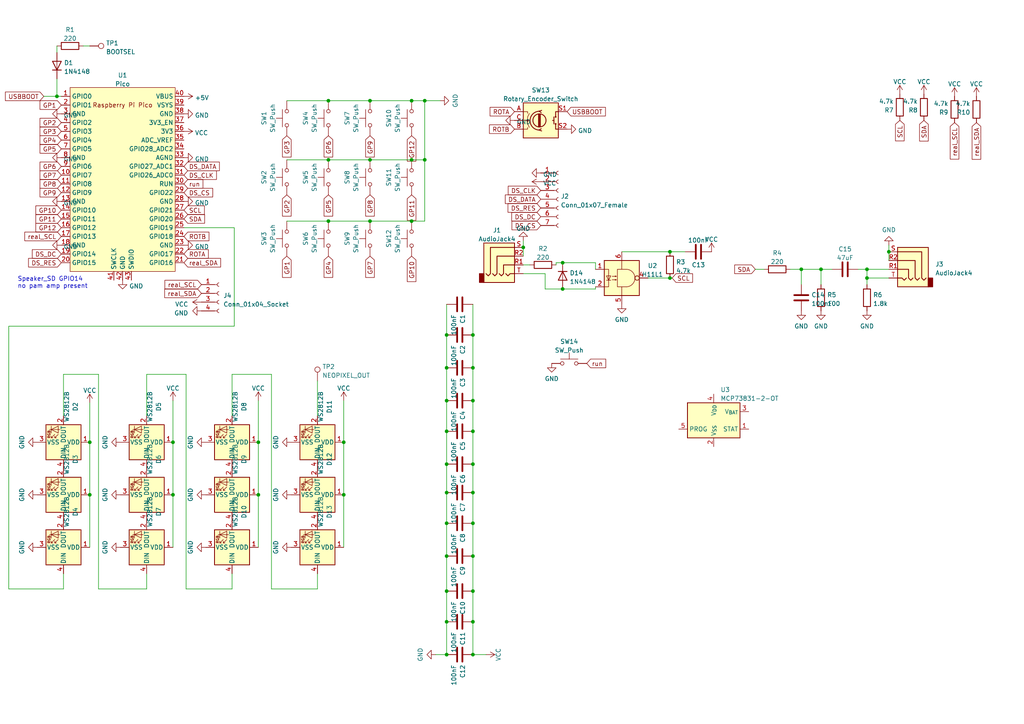
<source format=kicad_sch>
(kicad_sch (version 20230121) (generator eeschema)
  (paper "A4")
  (lib_symbols
    (symbol "Battery_Management:MCP73831-2-OT"
      (property "Reference" "U" (at -7.62 6.35 0))
      (property "Value" "MCP73831-2-OT" (at 1.27 6.35 0))
      (symbol "MCP73831-2-OT_1_1"
        (pin output line (at 10.16 -2.54 180) (length 2.54) (name "STAT") (number "1"))
        (pin power_in line (at 0 -7.62 90) (length 2.54) (name "V_{SS}") (number "2"))
        (pin power_out line (at 10.16 2.54 180) (length 2.54) (name "V_{BAT}") (number "3"))
        (pin power_in line (at 0 7.62 270) (length 2.54) (name "V_{DD}") (number "4"))
        (pin input line (at -10.16 -2.54 0) (length 2.54) (name "PROG") (number "5"))
      )
    )
    (symbol "Connector:AudioJack4"
      (property "Reference" "J" (at 0 8.89 0))
      (property "Value" "AudioJack4" (at 0 6.35 0))
      (symbol "AudioJack4_1_1"
        (pin passive line (at 5.08 -2.54 180) (length 2.54) (name "~") (number "R1"))
        (pin passive line (at 5.08 0 180) (length 2.54) (name "~") (number "R2"))
        (pin passive line (at 5.08 2.54 180) (length 2.54) (name "~") (number "S"))
        (pin passive line (at 5.08 -5.08 180) (length 2.54) (name "~") (number "T"))
      )
    )
    (symbol "Connector:Conn_01x04_Socket" (pin_names (offset 1.016) hide)
      (property "Reference" "J" (at 0 5.08 0))
      (property "Value" "Conn_01x04_Socket" (at 0 -7.62 0))
      (symbol "Conn_01x04_Socket_1_1"
        (pin passive line (at -5.08 2.54 0) (length 3.81) (name "Pin_1") (number "1"))
        (pin passive line (at -5.08 0 0) (length 3.81) (name "Pin_2") (number "2"))
        (pin passive line (at -5.08 -2.54 0) (length 3.81) (name "Pin_3") (number "3"))
        (pin passive line (at -5.08 -5.08 0) (length 3.81) (name "Pin_4") (number "4"))
      )
    )
    (symbol "Connector:Conn_01x07_Female" (pin_names (offset 1.016) hide)
      (property "Reference" "J" (at 0 10.16 0))
      (property "Value" "Conn_01x07_Female" (at 0 -10.16 0))
      (symbol "Conn_01x07_Female_1_1"
        (pin passive line (at -5.08 7.62 0) (length 3.81) (name "Pin_1") (number "1"))
        (pin passive line (at -5.08 5.08 0) (length 3.81) (name "Pin_2") (number "2"))
        (pin passive line (at -5.08 2.54 0) (length 3.81) (name "Pin_3") (number "3"))
        (pin passive line (at -5.08 0 0) (length 3.81) (name "Pin_4") (number "4"))
        (pin passive line (at -5.08 -2.54 0) (length 3.81) (name "Pin_5") (number "5"))
        (pin passive line (at -5.08 -5.08 0) (length 3.81) (name "Pin_6") (number "6"))
        (pin passive line (at -5.08 -7.62 0) (length 3.81) (name "Pin_7") (number "7"))
      )
    )
    (symbol "Connector:TestPoint" (pin_numbers hide) (pin_names (offset 0.762) hide)
      (property "Reference" "TP" (at 0 6.858 0))
      (property "Value" "TestPoint" (at 0 5.08 0))
      (symbol "TestPoint_1_1"
        (pin passive line (at 0 0 90) (length 2.54) (name "1") (number "1"))
      )
    )
    (symbol "Device:C" (pin_numbers hide) (pin_names (offset 0.254))
      (property "Reference" "C" (at 0.635 2.54 0))
      (property "Value" "C" (at 0.635 -2.54 0))
      (symbol "C_1_1"
        (pin passive line (at 0 3.81 270) (length 2.794) (name "~") (number "1"))
        (pin passive line (at 0 -3.81 90) (length 2.794) (name "~") (number "2"))
      )
    )
    (symbol "Device:R" (pin_numbers hide) (pin_names (offset 0))
      (property "Reference" "R" (at 2.032 0 90))
      (property "Value" "R" (at 0 0 90))
      (symbol "R_1_1"
        (pin passive line (at 0 3.81 270) (length 1.27) (name "~") (number "1"))
        (pin passive line (at 0 -3.81 90) (length 1.27) (name "~") (number "2"))
      )
    )
    (symbol "Device:Rotary_Encoder_Switch" (pin_names (offset 0.254) hide)
      (property "Reference" "SW" (at 0 6.604 0))
      (property "Value" "Rotary_Encoder_Switch" (at 0 -6.604 0))
      (symbol "Rotary_Encoder_Switch_1_1"
        (pin passive line (at -7.62 2.54 0) (length 2.54) (name "A") (number "A"))
        (pin passive line (at -7.62 -2.54 0) (length 2.54) (name "B") (number "B"))
        (pin passive line (at -7.62 0 0) (length 2.54) (name "C") (number "C"))
        (pin passive line (at 7.62 2.54 180) (length 2.54) (name "S1") (number "S1"))
        (pin passive line (at 7.62 -2.54 180) (length 2.54) (name "S2") (number "S2"))
      )
    )
    (symbol "Diode:1N4148" (pin_numbers hide) (pin_names (offset 1.016) hide)
      (property "Reference" "D" (at 0 2.54 0))
      (property "Value" "1N4148" (at 0 -2.54 0))
      (symbol "1N4148_1_1"
        (pin passive line (at -3.81 0 0) (length 2.54) (name "K") (number "1"))
        (pin passive line (at 3.81 0 180) (length 2.54) (name "A") (number "2"))
      )
    )
    (symbol "Isolator:H11L1" (pin_names (offset 1.016))
      (property "Reference" "U" (at 1.27 8.89 0))
      (property "Value" "H11L1" (at 1.27 6.35 0))
      (symbol "H11L1_1_1"
        (pin passive line (at -7.62 2.54 0) (length 2.54) (name "~") (number "1"))
        (pin passive line (at -7.62 -2.54 0) (length 2.54) (name "~") (number "2"))
        (pin no_connect line (at -5.08 0 0) (length 2.54) hide (name "~") (number "3"))
        (pin output inverted (at 7.62 0 180) (length 3.81) (name "~") (number "4"))
        (pin power_in line (at 0 -7.62 90) (length 2.54) (name "~") (number "5"))
        (pin power_in line (at 0 7.62 270) (length 2.54) (name "~") (number "6"))
      )
    )
    (symbol "LED:WS2812B" (pin_names (offset 0.254))
      (property "Reference" "D" (at 5.08 5.715 0))
      (property "Value" "WS2812B" (at 1.27 -5.715 0))
      (symbol "WS2812B_0_0"
        (text "RGB" (at 2.286 -4.191 0) (effects (font (size 0.762 0.762))))
      )
      (symbol "WS2812B_1_1"
        (pin power_in line (at 0 7.62 270) (length 2.54) (name "VDD") (number "1"))
        (pin output line (at 7.62 0 180) (length 2.54) (name "DOUT") (number "2"))
        (pin power_in line (at 0 -7.62 90) (length 2.54) (name "VSS") (number "3"))
        (pin input line (at -7.62 0 0) (length 2.54) (name "DIN") (number "4"))
      )
    )
    (symbol "MCU_RaspberryPi_and_Boards:Pico"
      (property "Reference" "U" (at -13.97 27.94 0))
      (property "Value" "Pico" (at 0 19.05 0))
      (symbol "Pico_0_0"
        (text "Raspberry Pi Pico" (at 0 21.59 0) (effects (font (size 1.27 1.27))))
      )
      (symbol "Pico_1_1"
        (pin bidirectional line (at -17.78 24.13 0) (length 2.54) (name "GPIO0") (number "1"))
        (pin bidirectional line (at -17.78 1.27 0) (length 2.54) (name "GPIO7") (number "10"))
        (pin bidirectional line (at -17.78 -1.27 0) (length 2.54) (name "GPIO8") (number "11"))
        (pin bidirectional line (at -17.78 -3.81 0) (length 2.54) (name "GPIO9") (number "12"))
        (pin power_in line (at -17.78 -6.35 0) (length 2.54) (name "GND") (number "13"))
        (pin bidirectional line (at -17.78 -8.89 0) (length 2.54) (name "GPIO10") (number "14"))
        (pin bidirectional line (at -17.78 -11.43 0) (length 2.54) (name "GPIO11") (number "15"))
        (pin bidirectional line (at -17.78 -13.97 0) (length 2.54) (name "GPIO12") (number "16"))
        (pin bidirectional line (at -17.78 -16.51 0) (length 2.54) (name "GPIO13") (number "17"))
        (pin power_in line (at -17.78 -19.05 0) (length 2.54) (name "GND") (number "18"))
        (pin bidirectional line (at -17.78 -21.59 0) (length 2.54) (name "GPIO14") (number "19"))
        (pin bidirectional line (at -17.78 21.59 0) (length 2.54) (name "GPIO1") (number "2"))
        (pin bidirectional line (at -17.78 -24.13 0) (length 2.54) (name "GPIO15") (number "20"))
        (pin bidirectional line (at 17.78 -24.13 180) (length 2.54) (name "GPIO16") (number "21"))
        (pin bidirectional line (at 17.78 -21.59 180) (length 2.54) (name "GPIO17") (number "22"))
        (pin power_in line (at 17.78 -19.05 180) (length 2.54) (name "GND") (number "23"))
        (pin bidirectional line (at 17.78 -16.51 180) (length 2.54) (name "GPIO18") (number "24"))
        (pin bidirectional line (at 17.78 -13.97 180) (length 2.54) (name "GPIO19") (number "25"))
        (pin bidirectional line (at 17.78 -11.43 180) (length 2.54) (name "GPIO20") (number "26"))
        (pin bidirectional line (at 17.78 -8.89 180) (length 2.54) (name "GPIO21") (number "27"))
        (pin power_in line (at 17.78 -6.35 180) (length 2.54) (name "GND") (number "28"))
        (pin bidirectional line (at 17.78 -3.81 180) (length 2.54) (name "GPIO22") (number "29"))
        (pin power_in line (at -17.78 19.05 0) (length 2.54) (name "GND") (number "3"))
        (pin input line (at 17.78 -1.27 180) (length 2.54) (name "RUN") (number "30"))
        (pin bidirectional line (at 17.78 1.27 180) (length 2.54) (name "GPIO26_ADC0") (number "31"))
        (pin bidirectional line (at 17.78 3.81 180) (length 2.54) (name "GPIO27_ADC1") (number "32"))
        (pin power_in line (at 17.78 6.35 180) (length 2.54) (name "AGND") (number "33"))
        (pin bidirectional line (at 17.78 8.89 180) (length 2.54) (name "GPIO28_ADC2") (number "34"))
        (pin power_in line (at 17.78 11.43 180) (length 2.54) (name "ADC_VREF") (number "35"))
        (pin power_in line (at 17.78 13.97 180) (length 2.54) (name "3V3") (number "36"))
        (pin input line (at 17.78 16.51 180) (length 2.54) (name "3V3_EN") (number "37"))
        (pin bidirectional line (at 17.78 19.05 180) (length 2.54) (name "GND") (number "38"))
        (pin power_in line (at 17.78 21.59 180) (length 2.54) (name "VSYS") (number "39"))
        (pin bidirectional line (at -17.78 16.51 0) (length 2.54) (name "GPIO2") (number "4"))
        (pin power_in line (at 17.78 24.13 180) (length 2.54) (name "VBUS") (number "40"))
        (pin input line (at -2.54 -29.21 90) (length 2.54) (name "SWCLK") (number "41"))
        (pin power_in line (at 0 -29.21 90) (length 2.54) (name "GND") (number "42"))
        (pin bidirectional line (at 2.54 -29.21 90) (length 2.54) (name "SWDIO") (number "43"))
        (pin bidirectional line (at -17.78 13.97 0) (length 2.54) (name "GPIO3") (number "5"))
        (pin bidirectional line (at -17.78 11.43 0) (length 2.54) (name "GPIO4") (number "6"))
        (pin bidirectional line (at -17.78 8.89 0) (length 2.54) (name "GPIO5") (number "7"))
        (pin power_in line (at -17.78 6.35 0) (length 2.54) (name "GND") (number "8"))
        (pin bidirectional line (at -17.78 3.81 0) (length 2.54) (name "GPIO6") (number "9"))
      )
    )
    (symbol "Switch:SW_Push" (pin_numbers hide) (pin_names (offset 1.016) hide)
      (property "Reference" "SW" (at 1.27 2.54 0))
      (property "Value" "SW_Push" (at 0 -1.524 0))
      (symbol "SW_Push_0_1"
        (pin passive line (at -5.08 0 0) (length 2.54) (name "1") (number "1"))
        (pin passive line (at 5.08 0 180) (length 2.54) (name "2") (number "2"))
      )
    )
    (symbol "power:+5V" (power) (pin_names (offset 0))
      (property "Value" "+5V" (at 0 3.556 0))
      (symbol "+5V_1_1"
        (pin power_in line (at 0 0 90) (length 0) hide (name "+5V") (number "1"))
      )
    )
    (symbol "power:GND" (power) (pin_names (offset 0))
      (property "Value" "GND" (at 0 -3.81 0))
      (symbol "GND_1_1"
        (pin power_in line (at 0 0 270) (length 0) hide (name "GND") (number "1"))
      )
    )
    (symbol "power:VCC" (power) (pin_names (offset 0))
      (property "Value" "VCC" (at 0 3.81 0))
      (symbol "VCC_1_1"
        (pin power_in line (at 0 0 90) (length 0) hide (name "VCC") (number "1"))
      )
    )
  )
  (junction (at 194.31 80.645))
  (junction (at 95.25 29.21))
  (junction (at 137.16 97.155))
  (junction (at 137.16 134.62))
  (junction (at 99.695 128.27))
  (junction (at 137.16 189.865))
  (junction (at 74.93 143.51))
  (junction (at 129.54 125.095))
  (junction (at 129.54 180.34))
  (junction (at 137.16 161.29))
  (junction (at 107.315 46.355))
  (junction (at 257.81 73.025))
  (junction (at 16.51 27.94))
  (junction (at 137.16 142.875))
  (junction (at 107.315 64.135))
  (junction (at 50.165 143.51))
  (junction (at 163.195 76.2))
  (junction (at 26.035 128.27))
  (junction (at 95.25 46.355))
  (junction (at 129.54 142.875))
  (junction (at 232.41 78.105))
  (junction (at 137.16 116.205))
  (junction (at 26.035 143.51))
  (junction (at 163.195 83.82))
  (junction (at 129.54 189.865))
  (junction (at 123.19 29.21))
  (junction (at 123.19 46.355))
  (junction (at 137.16 125.095))
  (junction (at 137.16 151.765))
  (junction (at 119.38 46.355))
  (junction (at 194.31 73.025))
  (junction (at 119.38 64.135))
  (junction (at 251.46 78.105))
  (junction (at 251.46 80.645))
  (junction (at 129.54 134.62))
  (junction (at 107.315 29.21))
  (junction (at 129.54 161.29))
  (junction (at 50.165 128.27))
  (junction (at 74.93 128.27))
  (junction (at 137.16 106.68))
  (junction (at 238.125 78.105))
  (junction (at 129.54 151.765))
  (junction (at 129.54 97.155))
  (junction (at 151.765 71.755))
  (junction (at 99.695 143.51))
  (junction (at 137.16 180.34))
  (junction (at 95.25 64.135))
  (junction (at 129.54 116.205))
  (junction (at 119.38 29.21))
  (junction (at 129.54 106.68))
  (junction (at 129.54 171.45))
  (junction (at 137.16 171.45))
  (wire (pts (xy 50.165 143.51) (xy 50.165 158.75)))
  (wire (pts (xy 26.035 128.27) (xy 26.035 143.51)))
  (wire (pts (xy 119.38 46.355) (xy 107.315 46.355)))
  (wire (pts (xy 161.29 76.835) (xy 161.29 76.2)))
  (wire (pts (xy 16.51 13.335) (xy 16.51 15.24)))
  (wire (pts (xy 50.165 128.27) (xy 50.165 143.51)))
  (wire (pts (xy 257.81 80.645) (xy 251.46 80.645)))
  (wire (pts (xy 129.54 116.205) (xy 129.54 125.095)))
  (wire (pts (xy 251.46 78.105) (xy 251.46 80.645)))
  (wire (pts (xy 137.16 97.155) (xy 137.16 106.68)))
  (wire (pts (xy 129.54 151.765) (xy 129.54 161.29)))
  (wire (pts (xy 2.54 94.615) (xy 2.54 170.815)))
  (wire (pts (xy 137.16 116.205) (xy 137.16 125.095)))
  (wire (pts (xy 67.31 120.65) (xy 67.31 108.585)))
  (wire (pts (xy 257.81 75.565) (xy 257.81 73.025)))
  (wire (pts (xy 83.185 64.135) (xy 95.25 64.135)))
  (wire (pts (xy 158.115 79.375) (xy 158.115 83.82)))
  (wire (pts (xy 129.54 97.155) (xy 129.54 106.68)))
  (wire (pts (xy 251.46 80.645) (xy 251.46 82.55)))
  (wire (pts (xy 2.54 170.815) (xy 18.415 170.815)))
  (wire (pts (xy 24.13 13.335) (xy 26.035 13.335)))
  (wire (pts (xy 129.54 171.45) (xy 129.54 180.34)))
  (wire (pts (xy 107.315 29.21) (xy 119.38 29.21)))
  (wire (pts (xy 172.72 83.82) (xy 163.195 83.82)))
  (wire (pts (xy 123.19 64.135) (xy 123.19 46.355)))
  (wire (pts (xy 42.545 170.815) (xy 42.545 166.37)))
  (wire (pts (xy 74.93 158.75) (xy 74.93 143.51)))
  (wire (pts (xy 129.54 88.265) (xy 129.54 97.155)))
  (wire (pts (xy 137.16 151.765) (xy 137.16 161.29)))
  (wire (pts (xy 99.695 143.51) (xy 99.695 128.27)))
  (wire (pts (xy 137.16 189.865) (xy 140.97 189.865)))
  (wire (pts (xy 95.25 29.21) (xy 107.315 29.21)))
  (wire (pts (xy 53.975 170.815) (xy 67.31 170.815)))
  (wire (pts (xy 123.19 46.355) (xy 119.38 46.355)))
  (wire (pts (xy 151.765 76.835) (xy 153.67 76.835)))
  (wire (pts (xy 92.075 110.49) (xy 92.075 120.65)))
  (wire (pts (xy 92.075 170.815) (xy 92.075 166.37)))
  (wire (pts (xy 99.695 116.205) (xy 99.695 128.27)))
  (wire (pts (xy 28.575 170.815) (xy 42.545 170.815)))
  (wire (pts (xy 232.41 78.105) (xy 238.125 78.105)))
  (wire (pts (xy 129.54 180.34) (xy 129.54 189.865)))
  (wire (pts (xy 137.16 142.875) (xy 137.16 151.765)))
  (wire (pts (xy 42.545 120.65) (xy 42.545 108.585)))
  (wire (pts (xy 248.92 78.105) (xy 251.46 78.105)))
  (wire (pts (xy 129.54 142.875) (xy 129.54 151.765)))
  (wire (pts (xy 129.54 189.865) (xy 126.365 189.865)))
  (wire (pts (xy 194.31 80.645) (xy 194.945 80.645)))
  (wire (pts (xy 95.25 64.135) (xy 107.315 64.135)))
  (wire (pts (xy 137.16 161.29) (xy 137.16 171.45)))
  (wire (pts (xy 107.315 46.355) (xy 95.25 46.355)))
  (wire (pts (xy 158.115 83.82) (xy 163.195 83.82)))
  (wire (pts (xy 137.16 180.34) (xy 137.16 189.865)))
  (wire (pts (xy 161.29 76.2) (xy 163.195 76.2)))
  (wire (pts (xy 67.945 66.04) (xy 53.34 66.04)))
  (wire (pts (xy 74.93 116.205) (xy 74.93 128.27)))
  (wire (pts (xy 42.545 108.585) (xy 53.975 108.585)))
  (wire (pts (xy 16.51 27.94) (xy 17.78 27.94)))
  (wire (pts (xy 2.54 94.615) (xy 67.945 94.615)))
  (wire (pts (xy 127.635 29.21) (xy 123.19 29.21)))
  (wire (pts (xy 18.415 120.65) (xy 18.415 108.585)))
  (wire (pts (xy 187.96 80.645) (xy 194.31 80.645)))
  (wire (pts (xy 129.54 125.095) (xy 129.54 134.62)))
  (wire (pts (xy 172.72 78.105) (xy 172.72 76.2)))
  (wire (pts (xy 83.185 29.21) (xy 95.25 29.21)))
  (wire (pts (xy 251.46 78.105) (xy 257.81 78.105)))
  (wire (pts (xy 18.415 108.585) (xy 28.575 108.585)))
  (wire (pts (xy 28.575 108.585) (xy 28.575 170.815)))
  (wire (pts (xy 172.72 83.185) (xy 172.72 83.82)))
  (wire (pts (xy 194.31 73.025) (xy 198.755 73.025)))
  (wire (pts (xy 119.38 64.135) (xy 123.19 64.135)))
  (wire (pts (xy 99.695 158.75) (xy 99.695 143.51)))
  (wire (pts (xy 129.54 161.29) (xy 129.54 171.45)))
  (wire (pts (xy 26.035 116.84) (xy 26.035 128.27)))
  (wire (pts (xy 129.54 106.68) (xy 129.54 116.205)))
  (wire (pts (xy 107.315 64.135) (xy 119.38 64.135)))
  (wire (pts (xy 53.975 108.585) (xy 53.975 170.815)))
  (wire (pts (xy 151.765 69.85) (xy 151.765 71.755)))
  (wire (pts (xy 229.235 78.105) (xy 232.41 78.105)))
  (wire (pts (xy 95.25 46.355) (xy 83.185 46.355)))
  (wire (pts (xy 78.74 170.815) (xy 92.075 170.815)))
  (wire (pts (xy 137.16 88.265) (xy 137.16 97.155)))
  (wire (pts (xy 151.765 79.375) (xy 158.115 79.375)))
  (wire (pts (xy 67.945 94.615) (xy 67.945 66.04)))
  (wire (pts (xy 16.51 22.86) (xy 16.51 27.94)))
  (wire (pts (xy 172.72 76.2) (xy 163.195 76.2)))
  (wire (pts (xy 238.125 78.105) (xy 241.3 78.105)))
  (wire (pts (xy 137.16 106.68) (xy 137.16 116.205)))
  (wire (pts (xy 257.81 73.025) (xy 257.81 71.12)))
  (wire (pts (xy 129.54 134.62) (xy 129.54 142.875)))
  (wire (pts (xy 151.765 71.755) (xy 151.765 74.295)))
  (wire (pts (xy 137.16 134.62) (xy 137.16 142.875)))
  (wire (pts (xy 26.035 143.51) (xy 26.035 158.75)))
  (wire (pts (xy 238.125 78.105) (xy 238.125 82.55)))
  (wire (pts (xy 74.93 143.51) (xy 74.93 128.27)))
  (wire (pts (xy 12.7 27.94) (xy 16.51 27.94)))
  (wire (pts (xy 67.31 108.585) (xy 78.74 108.585)))
  (wire (pts (xy 123.19 29.21) (xy 119.38 29.21)))
  (wire (pts (xy 232.41 78.105) (xy 232.41 82.55)))
  (wire (pts (xy 137.16 171.45) (xy 137.16 180.34)))
  (wire (pts (xy 18.415 170.815) (xy 18.415 166.37)))
  (wire (pts (xy 219.075 78.105) (xy 221.615 78.105)))
  (wire (pts (xy 78.74 108.585) (xy 78.74 170.815)))
  (wire (pts (xy 137.16 125.095) (xy 137.16 134.62)))
  (wire (pts (xy 50.165 116.205) (xy 50.165 128.27)))
  (wire (pts (xy 67.31 170.815) (xy 67.31 166.37)))
  (wire (pts (xy 180.34 73.025) (xy 194.31 73.025)))
  (wire (pts (xy 123.19 29.21) (xy 123.19 46.355)))
  (text "Speaker_SD GPIO14\nno pam amp present" (at 5.08 83.82 0) (effects (font (size 1.27 1.27)) (justify left bottom)))
  (global_label "GP9" (shape input) (at 107.315 39.37 270) (property "Intersheetrefs" "${INTERSHEET_REFS}" (effects hide)))
  (global_label "ROTA" (shape input) (at 53.34 73.66 0) (property "Intersheetrefs" "${INTERSHEET_REFS}" (effects hide)))
  (global_label "real_SDA" (shape input) (at 283.21 35.56 270) (property "Intersheetrefs" "${INTERSHEET_REFS}" (effects hide)))
  (global_label "GP6" (shape input) (at 17.78 48.26 180) (property "Intersheetrefs" "${INTERSHEET_REFS}" (effects hide)))
  (global_label "GP9" (shape input) (at 17.78 55.88 180) (property "Intersheetrefs" "${INTERSHEET_REFS}" (effects hide)))
  (global_label "DS_RES" (shape input) (at 17.78 76.2 180) (property "Intersheetrefs" "${INTERSHEET_REFS}" (effects hide)))
  (global_label "SCL" (shape input) (at 260.985 34.925 270) (property "Intersheetrefs" "${INTERSHEET_REFS}" (effects hide)))
  (global_label "real_SDA" (shape input) (at 58.42 85.09 180) (property "Intersheetrefs" "${INTERSHEET_REFS}" (effects hide)))
  (global_label "GP11" (shape input) (at 119.38 56.515 270) (property "Intersheetrefs" "${INTERSHEET_REFS}" (effects hide)))
  (global_label "run" (shape input) (at 170.18 105.41 0) (property "Intersheetrefs" "${INTERSHEET_REFS}" (effects hide)))
  (global_label "DS_CLK" (shape input) (at 53.34 50.8 0) (property "Intersheetrefs" "${INTERSHEET_REFS}" (effects hide)))
  (global_label "GP1" (shape input) (at 83.185 74.295 270) (property "Intersheetrefs" "${INTERSHEET_REFS}" (effects hide)))
  (global_label "GP6" (shape input) (at 95.25 39.37 270) (property "Intersheetrefs" "${INTERSHEET_REFS}" (effects hide)))
  (global_label "SDA" (shape input) (at 267.97 34.925 270) (property "Intersheetrefs" "${INTERSHEET_REFS}" (effects hide)))
  (global_label "GP7" (shape input) (at 17.78 50.8 180) (property "Intersheetrefs" "${INTERSHEET_REFS}" (effects hide)))
  (global_label "SCL" (shape input) (at 53.34 60.96 0) (property "Intersheetrefs" "${INTERSHEET_REFS}" (effects hide)))
  (global_label "GP3" (shape input) (at 17.78 38.1 180) (property "Intersheetrefs" "${INTERSHEET_REFS}" (effects hide)))
  (global_label "DS_CS" (shape input) (at 156.845 65.405 180) (property "Intersheetrefs" "${INTERSHEET_REFS}" (effects hide)))
  (global_label "DS_DC" (shape input) (at 156.845 62.865 180) (property "Intersheetrefs" "${INTERSHEET_REFS}" (effects hide)))
  (global_label "GP11" (shape input) (at 17.78 63.5 180) (property "Intersheetrefs" "${INTERSHEET_REFS}" (effects hide)))
  (global_label "GP2" (shape input) (at 83.185 56.515 270) (property "Intersheetrefs" "${INTERSHEET_REFS}" (effects hide)))
  (global_label "ROTB" (shape input) (at 149.225 37.465 180) (property "Intersheetrefs" "${INTERSHEET_REFS}" (effects hide)))
  (global_label "GP12" (shape input) (at 17.78 66.04 180) (property "Intersheetrefs" "${INTERSHEET_REFS}" (effects hide)))
  (global_label "ROTB" (shape input) (at 53.34 68.58 0) (property "Intersheetrefs" "${INTERSHEET_REFS}" (effects hide)))
  (global_label "real_SCL" (shape input) (at 276.86 35.56 270) (property "Intersheetrefs" "${INTERSHEET_REFS}" (effects hide)))
  (global_label "DS_DC" (shape input) (at 17.78 73.66 180) (property "Intersheetrefs" "${INTERSHEET_REFS}" (effects hide)))
  (global_label "GP1" (shape input) (at 17.78 30.48 180) (property "Intersheetrefs" "${INTERSHEET_REFS}" (effects hide)))
  (global_label "GP8" (shape input) (at 17.78 53.34 180) (property "Intersheetrefs" "${INTERSHEET_REFS}" (effects hide)))
  (global_label "GP5" (shape input) (at 17.78 43.18 180) (property "Intersheetrefs" "${INTERSHEET_REFS}" (effects hide)))
  (global_label "DS_DATA" (shape input) (at 53.34 48.26 0) (property "Intersheetrefs" "${INTERSHEET_REFS}" (effects hide)))
  (global_label "real_SCL" (shape input) (at 17.78 68.58 180) (property "Intersheetrefs" "${INTERSHEET_REFS}" (effects hide)))
  (global_label "GP4" (shape input) (at 95.25 74.295 270) (property "Intersheetrefs" "${INTERSHEET_REFS}" (effects hide)))
  (global_label "real_SDA" (shape input) (at 53.34 76.2 0) (property "Intersheetrefs" "${INTERSHEET_REFS}" (effects hide)))
  (global_label "GP5" (shape input) (at 95.25 56.515 270) (property "Intersheetrefs" "${INTERSHEET_REFS}" (effects hide)))
  (global_label "DS_CLK" (shape input) (at 156.845 55.245 180) (property "Intersheetrefs" "${INTERSHEET_REFS}" (effects hide)))
  (global_label "DS_DATA" (shape input) (at 156.845 57.785 180) (property "Intersheetrefs" "${INTERSHEET_REFS}" (effects hide)))
  (global_label "GP3" (shape input) (at 83.185 39.37 270) (property "Intersheetrefs" "${INTERSHEET_REFS}" (effects hide)))
  (global_label "GP4" (shape input) (at 17.78 40.64 180) (property "Intersheetrefs" "${INTERSHEET_REFS}" (effects hide)))
  (global_label "SDA" (shape input) (at 219.075 78.105 180) (property "Intersheetrefs" "${INTERSHEET_REFS}" (effects hide)))
  (global_label "USBBOOT" (shape input) (at 12.7 27.94 180) (property "Intersheetrefs" "${INTERSHEET_REFS}" (effects hide)))
  (global_label "GP7" (shape input) (at 107.315 74.295 270) (property "Intersheetrefs" "${INTERSHEET_REFS}" (effects hide)))
  (global_label "GP12" (shape input) (at 119.38 39.37 270) (property "Intersheetrefs" "${INTERSHEET_REFS}" (effects hide)))
  (global_label "SCL" (shape input) (at 194.945 80.645 0) (property "Intersheetrefs" "${INTERSHEET_REFS}" (effects hide)))
  (global_label "GP8" (shape input) (at 107.315 56.515 270) (property "Intersheetrefs" "${INTERSHEET_REFS}" (effects hide)))
  (global_label "USBBOOT" (shape input) (at 164.465 32.385 0) (property "Intersheetrefs" "${INTERSHEET_REFS}" (effects hide)))
  (global_label "GP10" (shape input) (at 119.38 74.295 270) (property "Intersheetrefs" "${INTERSHEET_REFS}" (effects hide)))
  (global_label "DS_CS" (shape input) (at 53.34 55.88 0) (property "Intersheetrefs" "${INTERSHEET_REFS}" (effects hide)))
  (global_label "GP10" (shape input) (at 17.78 60.96 180) (property "Intersheetrefs" "${INTERSHEET_REFS}" (effects hide)))
  (global_label "run" (shape input) (at 53.34 53.34 0) (property "Intersheetrefs" "${INTERSHEET_REFS}" (effects hide)))
  (global_label "DS_RES" (shape input) (at 156.845 60.325 180) (property "Intersheetrefs" "${INTERSHEET_REFS}" (effects hide)))
  (global_label "real_SCL" (shape input) (at 58.42 82.55 180) (property "Intersheetrefs" "${INTERSHEET_REFS}" (effects hide)))
  (global_label "SDA" (shape input) (at 53.34 63.5 0) (property "Intersheetrefs" "${INTERSHEET_REFS}" (effects hide)))
  (global_label "ROTA" (shape input) (at 149.225 32.385 180) (property "Intersheetrefs" "${INTERSHEET_REFS}" (effects hide)))
  (global_label "GP2" (shape input) (at 17.78 35.56 180) (property "Intersheetrefs" "${INTERSHEET_REFS}" (effects hide)))
  (symbol (lib_id "power:GND") (at 53.34 58.42 90) (unit 1)
    (property "Reference" "#PWR018" (effects hide))
    (property "Value" "GND" (at 56.515 58.8538 90) (effects (justify right)))
  )
  (symbol (lib_id "power:GND") (at 35.56 81.28 0) (unit 1)
    (property "Reference" "#PWR012" (effects hide))
    (property "Value" "GND" (at 37.465 82.9838 0) (effects (justify left)))
  )
  (symbol (lib_id "LED:WS2812B") (at 18.415 143.51 270) (mirror x) (unit 1)
    (property "Reference" "D3" (at 21.8734 133.2041 0))
    (property "Value" "WS2812B" (at 19.3365 133.2041 0))
    (property "Footprint" "LED_SMD:LED_SK6812MINI_PLCC4_3.5x3.5mm_P1.75mm" (effects hide))
    (property "Datasheet" "https://cdn-shop.adafruit.com/datasheets/WS2812B.pdf" (effects hide))
  )
  (symbol (lib_id "power:GND") (at 34.925 158.75 270) (mirror x) (unit 1)
    (property "Reference" "#PWR011" (effects hide))
    (property "Value" "GND" (at 30.4816 158.75 0))
  )
  (symbol (lib_id "power:VCC") (at 26.035 116.84 0) (mirror y) (unit 1)
    (property "Reference" "#PWR08" (effects hide))
    (property "Value" "VCC" (at 26.035 113.2642 0))
  )
  (symbol (lib_id "power:VCC") (at 156.845 52.705 90) (unit 1)
    (property "Reference" "#PWR034" (effects hide))
    (property "Value" "VCC" (at 157.48 53.1388 90) (effects (justify right)))
  )
  (symbol (lib_id "power:VCC") (at 53.34 38.1 270) (unit 1)
    (property "Reference" "#PWR016" (effects hide))
    (property "Value" "VCC" (at 56.515 38.5338 90) (effects (justify left)))
  )
  (symbol (lib_id "Connector:Conn_01x07_Female") (at 161.925 57.785 0) (unit 1)
    (property "Reference" "J2" (at 162.6362 56.9503 0) (effects (justify left)))
    (property "Value" "Conn_01x07_Female" (at 162.6362 59.4872 0) (effects (justify left)))
    (property "Footprint" "Connector_PinHeader_2.54mm:PinHeader_1x07_P2.54mm_Vertical" (effects hide))
  )
  (symbol (lib_id "Connector:AudioJack4") (at 262.89 75.565 0) (mirror y) (unit 1)
    (property "Reference" "J3" (at 271.272 76.6353 0) (effects (justify right)))
    (property "Value" "AudioJack4" (at 271.272 79.1722 0) (effects (justify right)))
    (property "Footprint" "davedarko:Jack_3.5mm_PJ320D_Horizontal" (effects hide))
  )
  (symbol (lib_id "power:GND") (at 151.765 69.85 0) (mirror x) (unit 1)
    (property "Reference" "#PWR032" (effects hide))
    (property "Value" "GND" (at 151.765 66.2742 0))
  )
  (symbol (lib_id "LED:WS2812B") (at 18.415 128.27 270) (mirror x) (unit 1)
    (property "Reference" "D2" (at 21.8734 117.9641 0))
    (property "Value" "WS2812B" (at 19.3365 117.9641 0))
    (property "Footprint" "LED_SMD:LED_SK6812MINI_PLCC4_3.5x3.5mm_P1.75mm" (effects hide))
    (property "Datasheet" "https://cdn-shop.adafruit.com/datasheets/WS2812B.pdf" (effects hide))
  )
  (symbol (lib_id "LED:WS2812B") (at 92.075 128.27 270) (mirror x) (unit 1)
    (property "Reference" "D11" (at 95.5334 117.9641 0))
    (property "Value" "WS2812B" (at 92.9965 117.9641 0))
    (property "Footprint" "LED_SMD:LED_SK6812MINI_PLCC4_3.5x3.5mm_P1.75mm" (effects hide))
    (property "Datasheet" "https://cdn-shop.adafruit.com/datasheets/WS2812B.pdf" (effects hide))
  )
  (symbol (lib_id "power:GND") (at 53.34 45.72 90) (unit 1)
    (property "Reference" "#PWR017" (effects hide))
    (property "Value" "GND" (at 56.515 46.1538 90) (effects (justify right)))
  )
  (symbol (lib_id "power:GND") (at 84.455 128.27 270) (mirror x) (unit 1)
    (property "Reference" "#PWR024" (effects hide))
    (property "Value" "GND" (at 80.0116 128.27 0))
  )
  (symbol (lib_id "LED:WS2812B") (at 42.545 143.51 270) (mirror x) (unit 1)
    (property "Reference" "D6" (at 46.0034 133.2041 0))
    (property "Value" "WS2812B" (at 43.4665 133.2041 0))
    (property "Footprint" "LED_SMD:LED_SK6812MINI_PLCC4_3.5x3.5mm_P1.75mm" (effects hide))
    (property "Datasheet" "https://cdn-shop.adafruit.com/datasheets/WS2812B.pdf" (effects hide))
  )
  (symbol (lib_id "power:VCC") (at 50.165 116.205 0) (mirror y) (unit 1)
    (property "Reference" "#PWR013" (effects hide))
    (property "Value" "VCC" (at 50.165 112.6292 0))
  )
  (symbol (lib_id "Device:C") (at 133.35 151.765 270) (unit 1)
    (property "Reference" "C8" (at 134.1847 154.686 0) (effects (justify left)))
    (property "Value" "100nF" (at 131.6478 154.686 0) (effects (justify left)))
    (property "Footprint" "Capacitor_SMD:C_0603_1608Metric_Pad1.08x0.95mm_HandSolder" (effects hide))
  )
  (symbol (lib_id "power:GND") (at 10.795 143.51 270) (mirror x) (unit 1)
    (property "Reference" "#PWR02" (effects hide))
    (property "Value" "GND" (at 6.3516 143.51 0))
  )
  (symbol (lib_id "Diode:1N4148") (at 16.51 19.05 90) (unit 1)
    (property "Reference" "D1" (at 18.542 18.2153 90) (effects (justify right)))
    (property "Value" "1N4148" (at 18.542 20.7522 90) (effects (justify right)))
    (property "Footprint" "Diode_SMD:D_0805_2012Metric_Pad1.15x1.40mm_HandSolder" (effects hide))
    (property "Datasheet" "https://assets.nexperia.com/documents/data-sheet/1N4148_1N4448.pdf" (effects hide))
  )
  (symbol (lib_id "power:GND") (at 149.225 34.925 270) (unit 1)
    (property "Reference" "#PWR031" (effects hide))
    (property "Value" "GND" (at 149.86 35.3588 90) (effects (justify left)))
  )
  (symbol (lib_id "power:VCC") (at 140.97 189.865 270) (unit 1)
    (property "Reference" "#PWR030" (effects hide))
    (property "Value" "VCC" (at 144.5458 189.865 0))
  )
  (symbol (lib_id "Device:C") (at 133.35 180.34 270) (unit 1)
    (property "Reference" "C11" (at 134.1847 183.261 0) (effects (justify left)))
    (property "Value" "100nF" (at 131.6478 183.261 0) (effects (justify left)))
    (property "Footprint" "Capacitor_SMD:C_0603_1608Metric_Pad1.08x0.95mm_HandSolder" (effects hide))
  )
  (symbol (lib_id "Device:C") (at 133.35 161.29 270) (unit 1)
    (property "Reference" "C9" (at 134.1847 164.211 0) (effects (justify left)))
    (property "Value" "100nF" (at 131.6478 164.211 0) (effects (justify left)))
    (property "Footprint" "Capacitor_SMD:C_0603_1608Metric_Pad1.08x0.95mm_HandSolder" (effects hide))
  )
  (symbol (lib_id "Switch:SW_Push") (at 119.38 69.215 90) (unit 1)
    (property "Reference" "SW12" (at 112.7592 69.215 0))
    (property "Value" "SW_Push" (at 115.2961 69.215 0))
    (property "Footprint" "davedarko:SW_PUSH-12mm-SMD" (effects hide))
  )
  (symbol (lib_id "Switch:SW_Push") (at 119.38 51.435 90) (unit 1)
    (property "Reference" "SW11" (at 112.7592 51.435 0))
    (property "Value" "SW_Push" (at 115.2961 51.435 0))
    (property "Footprint" "davedarko:SW_PUSH-12mm-SMD" (effects hide))
  )
  (symbol (lib_id "power:GND") (at 180.34 88.265 0) (mirror y) (unit 1)
    (property "Reference" "#PWR036" (effects hide))
    (property "Value" "GND" (at 180.34 92.7084 0))
  )
  (symbol (lib_id "power:GND") (at 58.42 90.17 270) (unit 1)
    (property "Reference" "#PWR044" (effects hide))
    (property "Value" "GND" (at 54.61 90.805 90) (effects (justify right)))
  )
  (symbol (lib_id "Isolator:H11L1") (at 180.34 80.645 0) (unit 1)
    (property "Reference" "U2" (at 189.2549 77.0723 0))
    (property "Value" "H11L1" (at 189.2549 79.6092 0))
    (property "Footprint" "Package_DIP:DIP-6_W8.89mm_SMDSocket_LongPads" (effects hide))
    (property "Datasheet" "https://www.onsemi.com/pub/Collateral/H11L3M-D.PDF" (effects hide))
  )
  (symbol (lib_id "Device:R") (at 157.48 76.835 90) (unit 1)
    (property "Reference" "R2" (at 157.48 72.1192 90))
    (property "Value" "220" (at 157.48 74.6561 90))
    (property "Footprint" "Resistor_SMD:R_0603_1608Metric_Pad0.98x0.95mm_HandSolder" (effects hide))
  )
  (symbol (lib_id "power:GND") (at 232.41 90.17 0) (unit 1)
    (property "Reference" "#PWR038" (effects hide))
    (property "Value" "GND" (at 232.41 94.6134 0))
  )
  (symbol (lib_id "Device:C") (at 202.565 73.025 90) (unit 1)
    (property "Reference" "C13" (at 202.565 76.835 90))
    (property "Value" "100nF" (at 202.565 69.7031 90))
    (property "Footprint" "Capacitor_SMD:C_0603_1608Metric_Pad1.08x0.95mm_HandSolder" (effects hide))
  )
  (symbol (lib_id "Device:R") (at 276.86 31.75 180) (unit 1)
    (property "Reference" "R9" (at 275.082 32.5847 0) (effects (justify left)))
    (property "Value" "4.7k" (at 275.082 30.0478 0) (effects (justify left)))
    (property "Footprint" "Resistor_SMD:R_0603_1608Metric_Pad0.98x0.95mm_HandSolder" (effects hide))
  )
  (symbol (lib_id "Device:C") (at 133.35 142.875 270) (unit 1)
    (property "Reference" "C7" (at 134.1847 145.796 0) (effects (justify left)))
    (property "Value" "100nF" (at 131.6478 145.796 0) (effects (justify left)))
    (property "Footprint" "Capacitor_SMD:C_0603_1608Metric_Pad1.08x0.95mm_HandSolder" (effects hide))
  )
  (symbol (lib_id "Device:R") (at 283.21 31.75 180) (unit 1)
    (property "Reference" "R10" (at 281.432 32.5847 0) (effects (justify left)))
    (property "Value" "4.7k" (at 281.432 30.0478 0) (effects (justify left)))
    (property "Footprint" "Resistor_SMD:R_0603_1608Metric_Pad0.98x0.95mm_HandSolder" (effects hide))
  )
  (symbol (lib_id "Switch:SW_Push") (at 95.25 51.435 90) (unit 1)
    (property "Reference" "SW5" (at 88.6292 51.435 0))
    (property "Value" "SW_Push" (at 91.1661 51.435 0))
    (property "Footprint" "davedarko:SW_PUSH-12mm-SMD" (effects hide))
  )
  (symbol (lib_id "LED:WS2812B") (at 92.075 158.75 270) (mirror x) (unit 1)
    (property "Reference" "D13" (at 95.5334 148.4441 0))
    (property "Value" "WS2812B" (at 92.9965 148.4441 0))
    (property "Footprint" "LED_SMD:LED_SK6812MINI_PLCC4_3.5x3.5mm_P1.75mm" (effects hide))
    (property "Datasheet" "https://cdn-shop.adafruit.com/datasheets/WS2812B.pdf" (effects hide))
  )
  (symbol (lib_id "Switch:SW_Push") (at 107.315 51.435 90) (unit 1)
    (property "Reference" "SW8" (at 100.6942 51.435 0))
    (property "Value" "SW_Push" (at 103.2311 51.435 0))
    (property "Footprint" "davedarko:SW_PUSH-12mm-SMD" (effects hide))
  )
  (symbol (lib_id "Device:C") (at 133.35 125.095 270) (unit 1)
    (property "Reference" "C5" (at 134.1847 128.016 0) (effects (justify left)))
    (property "Value" "100nF" (at 131.6478 128.016 0) (effects (justify left)))
    (property "Footprint" "Capacitor_SMD:C_0603_1608Metric_Pad1.08x0.95mm_HandSolder" (effects hide))
  )
  (symbol (lib_id "Switch:SW_Push") (at 107.315 69.215 90) (unit 1)
    (property "Reference" "SW9" (at 100.6942 69.215 0))
    (property "Value" "SW_Push" (at 103.2311 69.215 0))
    (property "Footprint" "davedarko:SW_PUSH-12mm-SMD" (effects hide))
  )
  (symbol (lib_id "power:GND") (at 53.34 71.12 90) (unit 1)
    (property "Reference" "#PWR019" (effects hide))
    (property "Value" "GND" (at 56.515 71.5538 90) (effects (justify right)))
  )
  (symbol (lib_id "power:GND") (at 238.125 90.17 0) (unit 1)
    (property "Reference" "#PWR039" (effects hide))
    (property "Value" "GND" (at 238.125 94.6134 0))
  )
  (symbol (lib_id "power:VCC") (at 283.21 27.94 0) (unit 1)
    (property "Reference" "#PWR047" (effects hide))
    (property "Value" "VCC" (at 283.21 24.3642 0))
  )
  (symbol (lib_id "power:GND") (at 160.02 105.41 0) (mirror y) (unit 1)
    (property "Reference" "#PWR048" (effects hide))
    (property "Value" "GND" (at 160.02 109.8534 0))
  )
  (symbol (lib_id "power:GND") (at 164.465 37.465 90) (unit 1)
    (property "Reference" "#PWR035" (effects hide))
    (property "Value" "GND" (at 167.64 37.8988 90) (effects (justify right)))
  )
  (symbol (lib_id "LED:WS2812B") (at 42.545 158.75 270) (mirror x) (unit 1)
    (property "Reference" "D7" (at 46.0034 148.4441 0))
    (property "Value" "WS2812B" (at 43.4665 148.4441 0))
    (property "Footprint" "LED_SMD:LED_SK6812MINI_PLCC4_3.5x3.5mm_P1.75mm" (effects hide))
    (property "Datasheet" "https://cdn-shop.adafruit.com/datasheets/WS2812B.pdf" (effects hide))
  )
  (symbol (lib_id "power:VCC") (at 260.985 27.305 0) (unit 1)
    (property "Reference" "#PWR042" (effects hide))
    (property "Value" "VCC" (at 260.985 23.7292 0))
  )
  (symbol (lib_id "power:GND") (at 156.845 50.165 270) (unit 1)
    (property "Reference" "#PWR033" (effects hide))
    (property "Value" "GND" (at 157.48 50.5988 90) (effects (justify left)))
  )
  (symbol (lib_id "Switch:SW_Push") (at 95.25 69.215 90) (unit 1)
    (property "Reference" "SW6" (at 88.6292 69.215 0))
    (property "Value" "SW_Push" (at 91.1661 69.215 0))
    (property "Footprint" "davedarko:SW_PUSH-12mm-SMD" (effects hide))
  )
  (symbol (lib_id "power:GND") (at 257.81 71.12 180) (unit 1)
    (property "Reference" "#PWR041" (effects hide))
    (property "Value" "GND" (at 257.81 66.6766 0))
  )
  (symbol (lib_id "Device:C") (at 133.35 88.265 270) (unit 1)
    (property "Reference" "C1" (at 134.1847 91.186 0) (effects (justify left)))
    (property "Value" "100nF" (at 131.6478 91.186 0) (effects (justify left)))
    (property "Footprint" "Capacitor_SMD:C_0603_1608Metric_Pad1.08x0.95mm_HandSolder" (effects hide))
  )
  (symbol (lib_id "LED:WS2812B") (at 18.415 158.75 270) (mirror x) (unit 1)
    (property "Reference" "D4" (at 21.8734 148.4441 0))
    (property "Value" "WS2812B" (at 19.3365 148.4441 0))
    (property "Footprint" "LED_SMD:LED_SK6812MINI_PLCC4_3.5x3.5mm_P1.75mm" (effects hide))
    (property "Datasheet" "https://cdn-shop.adafruit.com/datasheets/WS2812B.pdf" (effects hide))
  )
  (symbol (lib_id "power:GND") (at 126.365 189.865 270) (unit 1)
    (property "Reference" "#PWR028" (effects hide))
    (property "Value" "GND" (at 121.9216 189.865 0))
  )
  (symbol (lib_id "power:GND") (at 17.78 33.02 270) (unit 1)
    (property "Reference" "#PWR04" (effects hide))
    (property "Value" "GND" (at 18.415 33.4538 90) (effects (justify left)))
  )
  (symbol (lib_id "power:GND") (at 84.455 158.75 270) (mirror x) (unit 1)
    (property "Reference" "#PWR026" (effects hide))
    (property "Value" "GND" (at 80.0116 158.75 0))
  )
  (symbol (lib_id "power:GND") (at 34.925 128.27 270) (mirror x) (unit 1)
    (property "Reference" "#PWR09" (effects hide))
    (property "Value" "GND" (at 30.4816 128.27 0))
  )
  (symbol (lib_id "LED:WS2812B") (at 67.31 128.27 270) (mirror x) (unit 1)
    (property "Reference" "D8" (at 70.7684 117.9641 0))
    (property "Value" "WS2812B" (at 68.2315 117.9641 0))
    (property "Footprint" "LED_SMD:LED_SK6812MINI_PLCC4_3.5x3.5mm_P1.75mm" (effects hide))
    (property "Datasheet" "https://cdn-shop.adafruit.com/datasheets/WS2812B.pdf" (effects hide))
  )
  (symbol (lib_id "Device:R") (at 20.32 13.335 90) (unit 1)
    (property "Reference" "R1" (at 20.32 8.6192 90))
    (property "Value" "220" (at 20.32 11.1561 90))
    (property "Footprint" "Resistor_SMD:R_0603_1608Metric_Pad0.98x0.95mm_HandSolder" (effects hide))
  )
  (symbol (lib_id "Switch:SW_Push") (at 83.185 34.29 90) (unit 1)
    (property "Reference" "SW1" (at 76.5642 34.29 0))
    (property "Value" "SW_Push" (at 79.1011 34.29 0))
    (property "Footprint" "davedarko:SW_PUSH-12mm-SMD" (effects hide))
  )
  (symbol (lib_id "Connector:AudioJack4") (at 146.685 74.295 0) (unit 1)
    (property "Reference" "J1" (at 144.145 66.7852 0))
    (property "Value" "AudioJack4" (at 144.145 69.3221 0))
    (property "Footprint" "davedarko:Jack_3.5mm_PJ320D_Horizontal" (effects hide))
  )
  (symbol (lib_id "Connector:Conn_01x04_Socket") (at 63.5 85.09 0) (unit 1)
    (property "Reference" "J4" (at 64.77 85.725 0) (effects (justify left)))
    (property "Value" "Conn_01x04_Socket" (at 64.77 88.265 0) (effects (justify left)))
    (property "Footprint" "Connector_JST:JST_SH_BM04B-SRSS-TB_1x04-1MP_P1.00mm_Vertical" (effects hide))
  )
  (symbol (lib_id "power:VCC") (at 58.42 87.63 90) (unit 1)
    (property "Reference" "#PWR045" (effects hide))
    (property "Value" "VCC" (at 54.61 88.265 90) (effects (justify left)))
  )
  (symbol (lib_id "power:VCC") (at 206.375 73.025 0) (unit 1)
    (property "Reference" "#PWR037" (effects hide))
    (property "Value" "VCC" (at 206.375 69.4492 0))
  )
  (symbol (lib_id "Switch:SW_Push") (at 83.185 69.215 90) (unit 1)
    (property "Reference" "SW3" (at 76.5642 69.215 0))
    (property "Value" "SW_Push" (at 79.1011 69.215 0))
    (property "Footprint" "davedarko:SW_PUSH-12mm-SMD" (effects hide))
  )
  (symbol (lib_id "MCU_RaspberryPi_and_Boards:Pico") (at 35.56 52.07 0) (unit 1)
    (property "Reference" "U1" (at 35.56 21.8272 0))
    (property "Value" "Pico" (at 35.56 24.3641 0))
    (property "Footprint" "davedarko:RPi_Pico_SMD" (effects hide))
  )
  (symbol (lib_id "power:GND") (at 17.78 71.12 270) (unit 1)
    (property "Reference" "#PWR07" (effects hide))
    (property "Value" "GND" (at 18.415 71.5538 90) (effects (justify left)))
  )
  (symbol (lib_id "power:+5V") (at 53.34 27.94 270) (unit 1)
    (property "Reference" "#PWR014" (effects hide))
    (property "Value" "+5V" (at 56.515 28.3738 90) (effects (justify left)))
  )
  (symbol (lib_id "Diode:1N4148") (at 163.195 80.01 270) (unit 1)
    (property "Reference" "D14" (at 165.227 79.1753 90) (effects (justify left)))
    (property "Value" "1N4148" (at 165.227 81.7122 90) (effects (justify left)))
    (property "Footprint" "Diode_SMD:D_0805_2012Metric_Pad1.15x1.40mm_HandSolder" (effects hide))
    (property "Datasheet" "https://assets.nexperia.com/documents/data-sheet/1N4148_1N4448.pdf" (effects hide))
  )
  (symbol (lib_id "Device:C") (at 133.35 116.205 270) (unit 1)
    (property "Reference" "C4" (at 134.1847 119.126 0) (effects (justify left)))
    (property "Value" "100nF" (at 131.6478 119.126 0) (effects (justify left)))
    (property "Footprint" "Capacitor_SMD:C_0603_1608Metric_Pad1.08x0.95mm_HandSolder" (effects hide))
  )
  (symbol (lib_id "Switch:SW_Push") (at 95.25 34.29 90) (unit 1)
    (property "Reference" "SW4" (at 88.6292 34.29 0))
    (property "Value" "SW_Push" (at 91.1661 34.29 0))
    (property "Footprint" "davedarko:SW_PUSH-12mm-SMD" (effects hide))
  )
  (symbol (lib_id "Device:R") (at 251.46 86.36 0) (unit 1)
    (property "Reference" "R6" (at 253.238 85.5253 0) (effects (justify left)))
    (property "Value" "1.8k" (at 253.238 88.0622 0) (effects (justify left)))
    (property "Footprint" "Resistor_SMD:R_0603_1608Metric_Pad0.98x0.95mm_HandSolder" (effects hide))
  )
  (symbol (lib_id "Device:C") (at 133.35 106.68 270) (unit 1)
    (property "Reference" "C3" (at 134.1847 109.601 0) (effects (justify left)))
    (property "Value" "100nF" (at 131.6478 109.601 0) (effects (justify left)))
    (property "Footprint" "Capacitor_SMD:C_0603_1608Metric_Pad1.08x0.95mm_HandSolder" (effects hide))
  )
  (symbol (lib_id "Device:R") (at 225.425 78.105 90) (unit 1)
    (property "Reference" "R4" (at 225.425 73.3892 90))
    (property "Value" "220" (at 225.425 75.9261 90))
    (property "Footprint" "Resistor_SMD:R_0603_1608Metric_Pad0.98x0.95mm_HandSolder" (effects hide))
  )
  (symbol (lib_id "Connector:TestPoint") (at 26.035 13.335 270) (unit 1)
    (property "Reference" "TP1" (at 30.734 12.5003 90) (effects (justify left)))
    (property "Value" "BOOTSEL" (at 30.734 15.0372 90) (effects (justify left)))
    (property "Footprint" "TestPoint:TestPoint_Pad_D1.5mm" (effects hide))
  )
  (symbol (lib_id "Switch:SW_Push") (at 165.1 105.41 0) (unit 1)
    (property "Reference" "SW14" (at 165.1 99.06 0))
    (property "Value" "SW_Push" (at 165.1 101.6 0))
    (property "Footprint" "Button_Switch_SMD:SW_Push_1P1T_NO_CK_KMR2" (effects hide))
  )
  (symbol (lib_id "Device:R") (at 260.985 31.115 180) (unit 1)
    (property "Reference" "R7" (at 259.207 31.9497 0) (effects (justify left)))
    (property "Value" "4.7k" (at 259.207 29.4128 0) (effects (justify left)))
    (property "Footprint" "Resistor_SMD:R_0603_1608Metric_Pad0.98x0.95mm_HandSolder" (effects hide))
  )
  (symbol (lib_id "power:GND") (at 59.69 128.27 270) (mirror x) (unit 1)
    (property "Reference" "#PWR020" (effects hide))
    (property "Value" "GND" (at 55.2466 128.27 0))
  )
  (symbol (lib_id "power:VCC") (at 267.97 27.305 0) (unit 1)
    (property "Reference" "#PWR043" (effects hide))
    (property "Value" "VCC" (at 267.97 23.7292 0))
  )
  (symbol (lib_id "power:VCC") (at 99.695 116.205 0) (mirror y) (unit 1)
    (property "Reference" "#PWR027" (effects hide))
    (property "Value" "VCC" (at 99.695 112.6292 0))
  )
  (symbol (lib_id "power:GND") (at 59.69 158.75 270) (mirror x) (unit 1)
    (property "Reference" "#PWR022" (effects hide))
    (property "Value" "GND" (at 55.2466 158.75 0))
  )
  (symbol (lib_id "Device:Rotary_Encoder_Switch") (at 156.845 34.925 0) (unit 1)
    (property "Reference" "SW13" (at 156.845 26.1452 0))
    (property "Value" "Rotary_Encoder_Switch" (at 156.845 28.6821 0))
    (property "Footprint" "Rotary_Encoder:RotaryEncoder_Alps_EC11E-Switch_Vertical_H20mm_CircularMountingHoles" (effects hide))
  )
  (symbol (lib_id "power:GND") (at 17.78 58.42 270) (unit 1)
    (property "Reference" "#PWR06" (effects hide))
    (property "Value" "GND" (at 18.415 58.8538 90) (effects (justify left)))
  )
  (symbol (lib_id "Device:R") (at 238.125 86.36 0) (unit 1)
    (property "Reference" "R5" (at 239.903 85.5253 0) (effects (justify left)))
    (property "Value" "100" (at 239.903 88.0622 0) (effects (justify left)))
    (property "Footprint" "Resistor_SMD:R_0603_1608Metric_Pad0.98x0.95mm_HandSolder" (effects hide))
  )
  (symbol (lib_id "Device:R") (at 194.31 76.835 180) (unit 1)
    (property "Reference" "R3" (at 196.088 76.0003 0) (effects (justify right)))
    (property "Value" "4.7k" (at 196.088 78.5372 0) (effects (justify right)))
    (property "Footprint" "Resistor_SMD:R_0603_1608Metric_Pad0.98x0.95mm_HandSolder" (effects hide))
  )
  (symbol (lib_id "Switch:SW_Push") (at 83.185 51.435 90) (unit 1)
    (property "Reference" "SW2" (at 76.5642 51.435 0))
    (property "Value" "SW_Push" (at 79.1011 51.435 0))
    (property "Footprint" "davedarko:SW_PUSH-12mm-SMD" (effects hide))
  )
  (symbol (lib_id "Device:C") (at 232.41 86.36 0) (unit 1)
    (property "Reference" "C14" (at 235.331 85.5253 0) (effects (justify left)))
    (property "Value" "100nF" (at 235.331 88.0622 0) (effects (justify left)))
    (property "Footprint" "Capacitor_SMD:C_0603_1608Metric_Pad1.08x0.95mm_HandSolder" (effects hide))
  )
  (symbol (lib_id "Device:C") (at 133.35 97.155 270) (unit 1)
    (property "Reference" "C2" (at 134.1847 100.076 0) (effects (justify left)))
    (property "Value" "100nF" (at 131.6478 100.076 0) (effects (justify left)))
    (property "Footprint" "Capacitor_SMD:C_0603_1608Metric_Pad1.08x0.95mm_HandSolder" (effects hide))
  )
  (symbol (lib_id "power:GND") (at 84.455 143.51 270) (mirror x) (unit 1)
    (property "Reference" "#PWR025" (effects hide))
    (property "Value" "GND" (at 80.0116 143.51 0))
  )
  (symbol (lib_id "power:GND") (at 251.46 90.17 0) (unit 1)
    (property "Reference" "#PWR040" (effects hide))
    (property "Value" "GND" (at 251.46 94.6134 0))
  )
  (symbol (lib_id "power:GND") (at 17.78 45.72 270) (unit 1)
    (property "Reference" "#PWR05" (effects hide))
    (property "Value" "GND" (at 18.415 46.1538 90) (effects (justify left)))
  )
  (symbol (lib_id "LED:WS2812B") (at 67.31 158.75 270) (mirror x) (unit 1)
    (property "Reference" "D10" (at 70.7684 148.4441 0))
    (property "Value" "WS2812B" (at 68.2315 148.4441 0))
    (property "Footprint" "LED_SMD:LED_SK6812MINI_PLCC4_3.5x3.5mm_P1.75mm" (effects hide))
    (property "Datasheet" "https://cdn-shop.adafruit.com/datasheets/WS2812B.pdf" (effects hide))
  )
  (symbol (lib_id "Switch:SW_Push") (at 119.38 34.29 90) (unit 1)
    (property "Reference" "SW10" (at 112.7592 34.29 0))
    (property "Value" "SW_Push" (at 115.2961 34.29 0))
    (property "Footprint" "davedarko:SW_PUSH-12mm-SMD" (effects hide))
  )
  (symbol (lib_id "LED:WS2812B") (at 92.075 143.51 270) (mirror x) (unit 1)
    (property "Reference" "D12" (at 95.5334 133.2041 0))
    (property "Value" "WS2812B" (at 92.9965 133.2041 0))
    (property "Footprint" "LED_SMD:LED_SK6812MINI_PLCC4_3.5x3.5mm_P1.75mm" (effects hide))
    (property "Datasheet" "https://cdn-shop.adafruit.com/datasheets/WS2812B.pdf" (effects hide))
  )
  (symbol (lib_id "Switch:SW_Push") (at 107.315 34.29 90) (unit 1)
    (property "Reference" "SW7" (at 100.6942 34.29 0))
    (property "Value" "SW_Push" (at 103.2311 34.29 0))
    (property "Footprint" "davedarko:SW_PUSH-12mm-SMD" (effects hide))
  )
  (symbol (lib_id "LED:WS2812B") (at 42.545 128.27 270) (mirror x) (unit 1)
    (property "Reference" "D5" (at 46.0034 117.9641 0))
    (property "Value" "WS2812B" (at 43.4665 117.9641 0))
    (property "Footprint" "LED_SMD:LED_SK6812MINI_PLCC4_3.5x3.5mm_P1.75mm" (effects hide))
    (property "Datasheet" "https://cdn-shop.adafruit.com/datasheets/WS2812B.pdf" (effects hide))
  )
  (symbol (lib_id "Device:C") (at 133.35 134.62 270) (unit 1)
    (property "Reference" "C6" (at 134.1847 137.541 0) (effects (justify left)))
    (property "Value" "100nF" (at 131.6478 137.541 0) (effects (justify left)))
    (property "Footprint" "Capacitor_SMD:C_0603_1608Metric_Pad1.08x0.95mm_HandSolder" (effects hide))
  )
  (symbol (lib_id "Battery_Management:MCP73831-2-OT") (at 207.01 121.92 0) (unit 1)
    (property "Reference" "U3" (at 208.9659 113.03 0) (effects (justify left)))
    (property "Value" "MCP73831-2-OT" (at 208.9659 115.57 0) (effects (justify left)))
    (property "Footprint" "Package_TO_SOT_SMD:SOT-23-5" (effects hide))
    (property "Datasheet" "http://ww1.microchip.com/downloads/en/DeviceDoc/20001984g.pdf" (effects hide))
  )
  (symbol (lib_id "Device:C") (at 133.35 189.865 270) (unit 1)
    (property "Reference" "C12" (at 134.1847 192.786 0) (effects (justify left)))
    (property "Value" "100nF" (at 131.6478 192.786 0) (effects (justify left)))
    (property "Footprint" "Capacitor_SMD:C_0603_1608Metric_Pad1.08x0.95mm_HandSolder" (effects hide))
  )
  (symbol (lib_id "power:GND") (at 59.69 143.51 270) (mirror x) (unit 1)
    (property "Reference" "#PWR021" (effects hide))
    (property "Value" "GND" (at 55.2466 143.51 0))
  )
  (symbol (lib_id "LED:WS2812B") (at 67.31 143.51 270) (mirror x) (unit 1)
    (property "Reference" "D9" (at 70.7684 133.2041 0))
    (property "Value" "WS2812B" (at 68.2315 133.2041 0))
    (property "Footprint" "LED_SMD:LED_SK6812MINI_PLCC4_3.5x3.5mm_P1.75mm" (effects hide))
    (property "Datasheet" "https://cdn-shop.adafruit.com/datasheets/WS2812B.pdf" (effects hide))
  )
  (symbol (lib_id "power:VCC") (at 74.93 116.205 0) (mirror y) (unit 1)
    (property "Reference" "#PWR023" (effects hide))
    (property "Value" "VCC" (at 74.93 112.6292 0))
  )
  (symbol (lib_id "power:VCC") (at 276.86 27.94 0) (unit 1)
    (property "Reference" "#PWR046" (effects hide))
    (property "Value" "VCC" (at 276.86 24.3642 0))
  )
  (symbol (lib_id "power:GND") (at 10.795 128.27 270) (mirror x) (unit 1)
    (property "Reference" "#PWR01" (effects hide))
    (property "Value" "GND" (at 6.3516 128.27 0))
  )
  (symbol (lib_id "Connector:TestPoint") (at 92.075 110.49 0) (unit 1)
    (property "Reference" "TP2" (at 93.472 106.3533 0) (effects (justify left)))
    (property "Value" "NEOPIXEL_OUT" (at 93.472 108.8902 0) (effects (justify left)))
    (property "Footprint" "TestPoint:TestPoint_Pad_D1.5mm" (effects hide))
  )
  (symbol (lib_id "power:GND") (at 53.34 33.02 90) (unit 1)
    (property "Reference" "#PWR015" (effects hide))
    (property "Value" "GND" (at 56.515 33.4538 90) (effects (justify right)))
  )
  (symbol (lib_id "power:GND") (at 34.925 143.51 270) (mirror x) (unit 1)
    (property "Reference" "#PWR010" (effects hide))
    (property "Value" "GND" (at 30.4816 143.51 0))
  )
  (symbol (lib_id "power:GND") (at 127.635 29.21 90) (unit 1)
    (property "Reference" "#PWR029" (effects hide))
    (property "Value" "GND" (at 132.0784 29.21 0))
  )
  (symbol (lib_id "Device:R") (at 267.97 31.115 180) (unit 1)
    (property "Reference" "R8" (at 266.192 31.9497 0) (effects (justify left)))
    (property "Value" "4.7k" (at 266.192 29.4128 0) (effects (justify left)))
    (property "Footprint" "Resistor_SMD:R_0603_1608Metric_Pad0.98x0.95mm_HandSolder" (effects hide))
  )
  (symbol (lib_id "power:GND") (at 10.795 158.75 270) (mirror x) (unit 1)
    (property "Reference" "#PWR03" (effects hide))
    (property "Value" "GND" (at 6.3516 158.75 0))
  )
  (symbol (lib_id "Device:C") (at 133.35 171.45 270) (unit 1)
    (property "Reference" "C10" (at 134.1847 174.371 0) (effects (justify left)))
    (property "Value" "100nF" (at 131.6478 174.371 0) (effects (justify left)))
    (property "Footprint" "Capacitor_SMD:C_0603_1608Metric_Pad1.08x0.95mm_HandSolder" (effects hide))
  )
  (symbol (lib_id "Device:C") (at 245.11 78.105 90) (unit 1)
    (property "Reference" "C15" (at 245.11 72.2462 90))
    (property "Value" "47uF" (at 245.11 74.7831 90))
    (property "Footprint" "Capacitor_SMD:C_0603_1608Metric_Pad1.08x0.95mm_HandSolder" (effects hide))
  )
)
</source>
